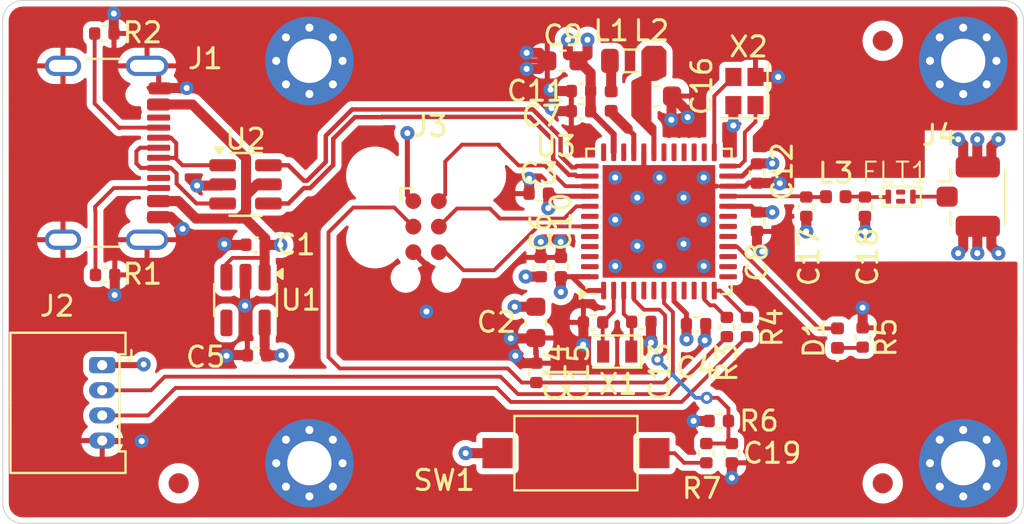
<source format=kicad_pcb>
(kicad_pcb (version 20240108) (generator "pcbnew") (generator_version "8.0")
  (layers (0 "F.Cu" signal) (1 "In1.Cu" signal) (2 "In2.Cu" signal) (31 "B.Cu" signal) (34 "B.Paste" user) (35 "F.Paste" user) (36 "B.SilkS" user "B.Silkscreen") (37 "F.SilkS" user "F.Silkscreen") (38 "B.Mask" user) (39 "F.Mask" user) (44 "Edge.Cuts" user))
  (net 0 "")
  (net 1 "GND")
  (net 2 "+5V")
  (net 3 "+3V3")
  (net 4 "+3.3V")
  (net 5 "/LSE_OUT")
  (net 6 "/SWD_NRST")
  (net 7 "/LSE_IN")
  (net 8 "/SMPSFB")
  (net 9 "/RF")
  (net 10 "/RF_MATCH")
  (net 11 "/BOOT0")
  (net 12 "/LED_K")
  (net 13 "/LED_A")
  (net 14 "/RF_ANT")
  (net 15 "Net-(J1-D+-PadA6)")
  (net 16 "Net-(J1-D--PadA7)")
  (net 18 "/USB_CC1")
  (net 20 "/USB_CC2")
  (net 21 "/UART_TXC")
  (net 22 "/UART_RXC")
  (net 23 "/SWD_CLK")
  (net 24 "/SWD_TRC")
  (net 25 "/SWD_DIO")
  (net 26 "/SMPSLXL")
  (net 27 "/SMPSLX")
  (net 28 "/UART_TX")
  (net 29 "/UART_RX")
  (net 30 "Net-(R7-Pad2)")
  (net 32 "/USB_D+")
  (net 33 "/USB_D-")
  (net 51 "/HSE_IN")
  (net 52 "/HSE_OUT")
  (footprint "Capacitor_SMD:C_0603_1608Metric" (layer "F.Cu") (at 77.6 93 180)
    (property "Reference" "C9")
    (property "Value" "4u7")
  )
  (footprint "LED_SMD:LED_0402_1005Metric" (layer "F.Cu") (at 91.25 106.785 90)
    (property "Reference" "D1")
    (property "Value" "LED")
  )
  (footprint "Capacitor_SMD:C_0402_1005Metric" (layer "F.Cu") (at 62.325 102.14 180)
    (property "Reference" "C1")
    (property "Value" "4u7")
  )
  (footprint "Crystal:Crystal_SMD_2012-2Pin_2.0x1.2mm" (layer "F.Cu") (at 80.3 107.45 180)
    (property "Reference" "X1")
    (property "Value" "32kHz768")
  )
  (footprint "Capacitor_SMD:C_0402_1005Metric" (layer "F.Cu") (at 81.5 105.975)
    (property "Reference" "C13")
    (property "Value" "10p")
  )
  (footprint "Capacitor_SMD:C_0402_1005Metric" (layer "F.Cu") (at 77.5 103.25 90)
    (property "Reference" "C10")
    (property "Value" "100n")
  )
  (footprint "Capacitor_SMD:C_0402_1005Metric" (layer "F.Cu") (at 54.845 103.64)
    (property "Reference" "R1")
    (property "Value" "5.1k")
  )
  (footprint "Capacitor_SMD:C_0402_1005Metric" (layer "F.Cu") (at 78.5 94.5 180)
    (property "Reference" "C11")
    (property "Value" "100n")
  )
  (footprint "MountingHole:MountingHole_2.2mm_M2_Pad_Via" (layer "F.Cu") (at 97.5 113)
    (property "Reference" "H1" (hide yes))
    (property "Value" "MountingHole_Pad")
  )
  (footprint "Fiducial:Fiducial_1mm_Mask2mm" (layer "F.Cu") (at 93.5 114)
    (property "Reference" "FM1" (hide yes))
    (property "Value" "Fiducial")
  )
  (footprint "Connector_Molex:Molex_PicoBlade_53048-0410_1x04_P1.25mm_Horizontal" (layer "F.Cu") (at 54.7 108.125 -90)
    (property "Reference" "J2")
    (property "Value" "Conn_01x04_Pin")
  )
  (footprint "Inductor_SMD:L_0402_1005Metric" (layer "F.Cu") (at 80 95 90)
    (property "Reference" "L1")
    (property "Value" "10u")
  )
  (footprint "MountingHole:MountingHole_2.2mm_M2_Pad_Via" (layer "F.Cu") (at 65 113)
    (property "Reference" "H4" (hide yes))
    (property "Value" "MountingHole_Pad")
  )
  (footprint "Capacitor_SMD:C_0402_1005Metric" (layer "F.Cu") (at 78.5 95.5 180)
    (property "Reference" "C7")
    (property "Value" "100n")
  )
  (footprint "Capacitor_SMD:C_0402_1005Metric" (layer "F.Cu") (at 89.7 100.25 -90)
    (property "Reference" "C17")
    (property "Value" "0.8p")
  )
  (footprint "Connector_Coaxial:U.FL_Hirose_U.FL-R-SMT-1_Vertical" (layer "F.Cu") (at 97.75 99.75)
    (property "Reference" "J4")
    (property "Value" "Conn_Coaxial")
  )
  (footprint "Capacitor_SMD:C_0402_1005Metric" (layer "F.Cu") (at 92.5 106.75 -90)
    (property "Reference" "R5")
    (property "Value" "220R")
  )
  (footprint "Capacitor_SMD:C_0402_1005Metric" (layer "F.Cu") (at 86 112.5 -90)
    (property "Reference" "C19")
    (property "Value" "100n")
  )
  (footprint "Capacitor_SMD:C_0402_1005Metric" (layer "F.Cu") (at 79.1 106 180)
    (property "Reference" "C15")
    (property "Value" "10p")
  )
  (footprint "Capacitor_SMD:C_0402_1005Metric" (layer "F.Cu") (at 85.75 106.23 90)
    (property "Reference" "R3")
    (property "Value" "220R")
  )
  (footprint "Capacitor_SMD:C_0603_1608Metric" (layer "F.Cu") (at 82.25 94.75)
    (property "Reference" "C16")
    (property "Value" "4u7")
  )
  (footprint "MountingHole:MountingHole_2.2mm_M2_Pad_Via" (layer "F.Cu") (at 97.5 93)
    (property "Reference" "H2" (hide yes))
    (property "Value" "MountingHole_Pad")
  )
  (footprint "Capacitor_SMD:C_0402_1005Metric" (layer "F.Cu") (at 76.5 103.25 90)
    (property "Reference" "C6")
    (property "Value" "100n")
  )
  (footprint "Capacitor_SMD:C_0402_1005Metric" (layer "F.Cu") (at 92.6125 100.25 -90)
    (property "Reference" "C18")
    (property "Value" "0.3p")
  )
  (footprint "Connector_USB:USB_C_Receptacle_GCT_USB4105-xx-A_16P_TopMnt_Horizontal" (layer "F.Cu") (at 53.825 97.57 -90)
    (property "Reference" "J1")
    (property "Value" "USB_C_Receptacle_USB2.0_16P")
  )
  (footprint "Crystal:Crystal_SMD_2016-4Pin_2.0x1.6mm" (layer "F.Cu") (at 86.625 94.5 90)
    (property "Reference" "X2")
    (property "Value" "32MHz")
  )
  (footprint "Fiducial:Fiducial_1mm_Mask2mm" (layer "F.Cu") (at 58.5 114)
    (property "Reference" "FM2" (hide yes))
    (property "Value" "Fiducial")
  )
  (footprint "Capacitor_SMD:C_0402_1005Metric" (layer "F.Cu") (at 84.22 106.09)
    (property "Reference" "C4")
    (property "Value" "100n")
  )
  (footprint "MountingHole:MountingHole_2.2mm_M2_Pad_Via" (layer "F.Cu") (at 65 93)
    (property "Reference" "H3" (hide yes))
    (property "Value" "MountingHole_Pad")
  )
  (footprint "Capacitor_SMD:C_0402_1005Metric" (layer "F.Cu") (at 87.25 98.6 -90)
    (property "Reference" "C12")
    (property "Value" "100n")
  )
  (footprint "Package_TO_SOT_SMD:SOT-23-5" (layer "F.Cu") (at 61.825 104.89 -90)
    (property "Reference" "U1")
    (property "Value" "MIC5365-3.3YD5")
  )
  (footprint "Button_Switch_SMD:SW_SPST_CK_RS282G05A3" (layer "F.Cu") (at 78.25 112.5 180)
    (property "Reference" "SW1")
    (property "Value" "SW_Push")
  )
  (footprint "Package_TO_SOT_SMD:SOT-23-6" (layer "F.Cu") (at 61.825 99.14)
    (property "Reference" "U2")
    (property "Value" "USBLC6-2SC6")
  )
  (footprint "Inductor_SMD:L_0402_1005Metric" (layer "F.Cu") (at 91.165 99.75)
    (property "Reference" "L3")
    (property "Value" "2.7n")
  )
  (footprint "Inductor_SMD:L_0805_2012Metric" (layer "F.Cu") (at 81 93)
    (property "Reference" "L2")
    (property "Value" "L")
  )
  (footprint "Capacitor_SMD:C_0402_1005Metric" (layer "F.Cu") (at 86.75 106.23 90)
    (property "Reference" "R4")
    (property "Value" "220R")
  )
  (footprint "Capacitor_SMD:C_0402_1005Metric" (layer "F.Cu") (at 87.25 101 -90)
    (property "Reference" "C8")
    (property "Value" "100n")
  )
  (footprint "Package_DFN_QFN:QFN-48-1EP_7x7mm_P0.5mm_EP5.6x5.6mm" (layer "F.Cu") (at 82.375 100.98 90)
    (property "Reference" "U3")
    (property "Value" "STM32WB55CEU6")
  )
  (footprint "Capacitor_SMD:C_0603_1608Metric" (layer "F.Cu") (at 76.25 106 -90)
    (property "Reference" "C2")
    (property "Value" "4u7")
  )
  (footprint "Capacitor_SMD:C_0402_1005Metric" (layer "F.Cu") (at 54.805 91.64)
    (property "Reference" "R2")
    (property "Value" "5.1k")
  )
  (footprint "Connector:Tag-Connect_TC2030-IDC-FP_2x03_P1.27mm_Vertical" (layer "F.Cu") (at 70.8 101.24 -90)
    (property "Reference" "J3")
    (property "Value" "Conn_ARM_SWD_TagConnect_TC2030")
  )
  (footprint "Capacitor_SMD:C_0402_1005Metric" (layer "F.Cu") (at 76.28 108.51 -90)
    (property "Reference" "C14")
    (property "Value" "100n")
  )
  (footprint "STM32_bluetooth_PCB_footprint:DLF162500LT-5028A1" (layer "F.Cu") (at 94.3875 99.75)
    (property "Reference" "FLT1")
    (property "Value" "DLF162500LT-5028A1")
  )
  (footprint "Capacitor_SMD:C_0402_1005Metric" (layer "F.Cu") (at 76.4 99.6 180)
    (property "Reference" "C3")
    (property "Value" "100n")
  )
  (footprint "Fiducial:Fiducial_1mm_Mask2mm" (layer "F.Cu") (at 93.5 92)
    (property "Reference" "FM3" (hide yes))
    (property "Value" "Fiducial")
  )
  (footprint "Capacitor_SMD:C_0402_1005Metric" (layer "F.Cu") (at 85.35 110.9 180)
    (property "Reference" "R6")
    (property "Value" "5.1k")
  )
  (footprint "Capacitor_SMD:C_0402_1005Metric" (layer "F.Cu") (at 62.395 107.64 180)
    (property "Reference" "C5")
    (property "Value" "4u7")
  )
  (footprint "Capacitor_SMD:C_0402_1005Metric" (layer "F.Cu") (at 84.73 112.5 -90)
    (property "Reference" "R7")
    (property "Value" "220R")
  )
  (gr_rect (start 80.2 98.8) (end 84.6 103.2) (stroke (width 0.2)) (fill none) (layer "F.Cu") (net 1))
  (gr_rect (start 80.2 98.8) (end 84.6 103.2) (stroke (width 0.2)) (fill none) (layer "F.Cu") (net 1))
  (gr_rect (start 80.2 98.8) (end 84.6 103.2) (stroke (width 0.2)) (fill none) (layer "F.Cu") (net 1))
  (gr_line (start 99.492893 115.992893) (end 50.757107 115.992893) (stroke (width 0.05)) (layer "Edge.Cuts"))
  (gr_line (start 49.757107 114.992893) (end 49.75 91) (stroke (width 0.05)) (layer "Edge.Cuts"))
  (gr_arc (start 50.757107 115.992893) (mid 50.05 115.7) (end 49.757107 114.992893) (stroke (width 0.05)) (layer "Edge.Cuts"))
  (gr_arc (start 100.492893 114.992893) (mid 100.2 115.7) (end 99.492893 115.992893) (stroke (width 0.05)) (layer "Edge.Cuts"))
  (gr_line (start 100.5 91) (end 100.492893 114.992893) (stroke (width 0.05)) (layer "Edge.Cuts"))
  (gr_arc (start 49.75 91) (mid 50.042893 90.292893) (end 50.75 90) (stroke (width 0.05)) (layer "Edge.Cuts"))
  (gr_line (start 50.75 90) (end 79 90) (stroke (width 0.05)) (layer "Edge.Cuts"))
  (gr_line (start 79 90) (end 99.5 90) (stroke (width 0.05)) (layer "Edge.Cuts"))
  (gr_arc (start 99.5 90) (mid 100.207107 90.292893) (end 100.5 91) (stroke (width 0.05)) (layer "Edge.Cuts"))
  (segment (start 88.3 93.8) (end 87.175 93.8) (width 0.5) (layer "F.Cu") (net 1))
  (segment (start 83 95.92) (end 83 94.7875) (width 0.5) (layer "F.Cu") (net 1))
  (segment (start 54.725 111.9) (end 54.7 111.875) (width 0.3) (layer "F.Cu") (net 1))
  (segment (start 98.2 96.9) (end 98.2 98.025) (width 0.5) (layer "F.Cu") (net 1))
  (segment (start 77.04 95.35) (end 77.19 95.5) (width 0.5) (layer "F.Cu") (net 1))
  (segment (start 84.695 106.852832) (end 84.695 106.055) (width 0.5) (layer "F.Cu") (net 1))
  (segment (start 61.8 105.17) (end 61.8 103.7775) (width 0.5) (layer "F.Cu") (net 1))
  (segment (start 59.415 99.2) (end 60.6275 99.2) (width 0.5) (layer "F.Cu") (net 1))
  (segment (start 81.625 97.5425) (end 81.625 100.23) (width 0.25) (layer "F.Cu") (net 1))
  (segment (start 55.32 104.64) (end 55.325 104.635) (width 0.5) (layer "F.Cu") (net 1))
  (segment (start 60.6275 99.2) (end 60.6875 99.14) (width 0.5) (layer "F.Cu") (net 1))
  (segment (start 77.06 94.5) (end 78.035 94.5) (width 0.5) (layer "F.Cu") (net 1))
  (segment (start 76.425 93.4) (end 76.825 93) (width 0.5) (layer "F.Cu") (net 1))
  (segment (start 60.88 107.66) (end 60.915 107.625) (width 0.5) (layer "F.Cu") (net 1))
  (segment (start 56.665 111.9) (end 54.725 111.9) (width 0.3) (layer "F.Cu") (net 1))
  (segment (start 97.5 102.3125) (end 97.5 101.4375) (width 0.5) (layer "F.Cu") (net 1))
  (segment (start 83.8 95.8) (end 83.8 95.525) (width 0.5) (layer "F.Cu") (net 1))
  (segment (start 89.7 101.485) (end 89.7 100.715) (width 0.5) (layer "F.Cu") (net 1))
  (segment (start 85.8125 99.23) (end 86.67 99.23) (width 0.25) (layer "F.Cu") (net 1))
  (segment (start 75.215 106.8) (end 76.225 106.8) (width 0.5) (layer "F.Cu") (net 1))
  (segment (start 76.99 94.43) (end 77.06 94.5) (width 0.5) (layer "F.Cu") (net 1))
  (segment (start 83.8 95.525) (end 83.025 94.75) (width 0.5) (layer "F.Cu") (net 1))
  (segment (start 87.25 102.22) (end 87.25 101.455) (width 0.5) (layer "F.Cu") (net 1))
  (segment (start 75.8 92.6) (end 76.425 92.6) (width 0.5) (layer "F.Cu") (net 1))
  (segment (start 99.25 102.5625) (end 98.9 102.2125) (width 0.5) (layer "F.Cu") (net 1))
  (segment (start 86.075 96.2125) (end 86.075 95.1875) (width 0.5) (layer "F.Cu") (net 1))
  (segment (start 60.81 102.15) (end 61.845 102.15) (width 0.5) (layer "F.Cu") (net 1))
  (segment (start 98.2 102.5625) (end 98.2 101.4375) (width 0.5) (layer "F.Cu") (net 1))
  (segment (start 98.9 97.25) (end 98.9 98.025) (width 0.5) (layer "F.Cu") (net 1))
  (segment (start 61.8 103.7775) (end 61.825 103.7525) (width 0.5) (layer "F.Cu") (net 1))
  (segment (start 77.19 95.5) (end 78.035 95.5) (width 0.5) (layer "F.Cu") (net 1))
  (segment (start 86.84 99.06) (end 87.25 99.06) (width 0.25) (layer "F.Cu") (net 1))
  (segment (start 75.61 108.03) (end 76.28 108.03) (width 0.5) (layer "F.Cu") (net 1))
  (segment (start 70.81 103.155) (end 70.81 105.45) (width 0.3) (layer "F.Cu") (net 1))
  (segment (start 70.165 102.51) (end 70.81 103.155) (width 0.3) (layer "F.Cu") (net 1))
  (segment (start 92.5 105.27) (end 92.5 106.26) (width 0.5) (layer "F.Cu") (net 1))
  (segment (start 81.625 100.23) (end 82.375 100.98) (width 0.25) (layer "F.Cu") (net 1))
  (segment (start 88.37 99.075) (end 87.24 99.075) (width 0.5) (layer "F.Cu") (net 1))
  (segment (start 58.1 100.75) (end 57.5 100.75) (width 0.5) (layer "F.Cu") (net 1))
  (segment (start 76.425 92.6) (end 76.825 93) (width 0.5) (layer "F.Cu") (net 1))
  (segment (start 55.325 104.635) (end 55.325 103.605) (width 0.5) (layer "F.Cu") (net 1))
  (segment (start 60.915 107.625) (end 61.92 107.625) (width 0.5) (layer "F.Cu") (net 1))
  (segment (start 82.99 95.93) (end 83 95.92) (width 0.5) (layer "F.Cu") (net 1))
  (segment (start 75.925 98.865) (end 75.925 99.635) (width 0.5) (layer "F.Cu") (net 1))
  (segment (start 55.28 90.65) (end 55.275 90.655) (width 0.5) (layer "F.Cu") (net 1))
  (segment (start 78.62 107.1) (end 78.62 106) (width 0.5) (layer "F.Cu") (net 1))
  (segment (start 88.38 99.085) (end 88.37 99.075) (width 0.5) (layer "F.Cu") (net 1))
  (segment (start 55.275 90.655) (end 55.275 91.67) (width 0.5) (layer "F.Cu") (net 1))
  (segment (start 76.5 102) (end 76.5 102.77) (width 0.5) (layer "F.Cu") (net 1))
  (segment (start 70.81 105.45) (end 70.82 105.46) (width 0.3) (layer "F.Cu") (net 1))
  (segment (start 81.98 107.01) (end 81.98 105.975) (width 0.5) (layer "F.Cu") (net 1))
  (segment (start 92.625 101.485) (end 92.625 100.715) (width 0.5) (layer "F.Cu") (net 1))
  (segment (start 86 113.725) (end 86 112.955) (width 0.5) (layer "F.Cu") (net 1))
  (segment (start 60.77 102.11) (end 60.81 102.15) (width 0.5) (layer "F.Cu") (net 1))
  (segment (start 99.25 96.9) (end 98.9 97.25) (width 0.5) (layer "F.Cu") (net 1))
  (segment (start 97.25 102.5625) (end 97.5 102.3125) (width 0.5) (layer "F.Cu") (net 1))
  (segment (start 84.651416 106.896416) (end 84.695 106.852832) (width 0.5) (layer "F.Cu") (net 1))
  (segment (start 84.1 110.9) (end 84.87 110.9) (width 0.5) (layer "F.Cu") (net 1))
  (segment (start 75.775 93.4) (end 76.425 93.4) (width 0.5) (layer "F.Cu") (net 1))
  (segment (start 78.61 107.11) (end 78.62 107.1) (width 0.5) (layer "F.Cu") (net 1))
  (segment (start 57.525 94.35) (end 57.505 94.37) (width 0.5) (layer "F.Cu") (net 1))
  (segment (start 58.9 94.35) (end 57.525 94.35) (width 0.5) (layer "F.Cu") (net 1))
  (segment (start 97.25 96.9) (end 97.5 97.15) (width 0.5) (layer "F.Cu") (net 1))
  (segment (start 77.49 102.005) (end 77.49 102.775) (width 0.5) (layer "F.Cu") (net 1))
  (segment (start 75.24 107.66) (end 75.61 108.03) (width 0.5) (layer "F.Cu") (net 1))
  (segment (start 76.225 106.8) (end 76.25 106.775) (width 0.5) (layer "F.Cu") (net 1))
  (segment (start 87.51 102.48) (end 87.25 102.22) (width 0.5) (layer "F.Cu") (net 1))
  (segment (start 58.7 101.35) (end 58.1 100.75) (width 0.5) (layer "F.Cu") (net 1))
  (segment (start 97.5 97.15) (end 97.5 98.025) (width 0.5) (layer "F.Cu") (net 1))
  (segment (start 98.9 102.2125) (end 98.9 101.4375) (width 0.5) (layer "F.Cu") (net 1))
  (segment (start 86.67 99.23) (end 86.84 99.06) (width 0.25) (layer "F.Cu") (net 1))
  (via (at 81.98 107.01) (size 0.7) (drill 0.3) (layers "F.Cu" "B.Cu") (net 1))
  (via (at 75.24 107.66) (size 0.7) (drill 0.3) (layers "F.Cu" "B.Cu") (net 1))
  (via (at 75.8 92.6) (size 0.7) (drill 0.3) (layers "F.Cu" "B.Cu") (net 1))
  (via (at 86.075 96.2125) (size 0.7) (drill 0.3) (layers "F.Cu" "B.Cu") (net 1))
  (via (at 98.2 102.5625) (size 0.7) (drill 0.3) (layers "F.Cu" "B.Cu") (net 1))
  (via (at 55.32 104.64) (size 0.7) (drill 0.3) (layers "F.Cu" "B.Cu") (net 1))
  (via (at 83.8 95.8) (size 0.7) (drill 0.3) (layers "F.Cu" "B.Cu") (net 1))
  (via (at 92.625 101.485) (size 0.7) (drill 0.3) (layers "F.Cu" "B.Cu") (net 1))
  (via (at 76.99 94.43) (size 0.7) (drill 0.3) (layers "F.Cu" "B.Cu") (net 1))
  (via (at 81.3 102.2) (size 0.7) (drill 0.3) (layers "F.Cu" "B.Cu") (net 1))
  (via (at 70.82 105.46) (size 0.7) (drill 0.3) (layers "F.Cu" "B.Cu") (net 1))
  (via (at 81.3 99.8) (size 0.7) (drill 0.3) (layers "F.Cu" "B.Cu") (net 1))
  (via (at 78.61 107.11) (size 0.7) (drill 0.3) (layers "F.Cu" "B.Cu") (net 1))
  (via (at 60.77 102.11) (size 0.7) (drill 0.3) (layers "F.Cu" "B.Cu") (net 1))
  (via (at 97.25 102.5625) (size 0.7) (drill 0.3) (layers "F.Cu" "B.Cu") (net 1))
  (via (at 80.2 98.8) (size 0.7) (drill 0.3) (layers "F.Cu" "B.Cu") (net 1))
  (via (at 84.1 110.9) (size 0.7) (drill 0.3) (layers "F.Cu" "B.Cu") (net 1))
  (via (at 83.6 99.8) (size 0.7) (drill 0.3) (layers "F.Cu" "B.Cu") (net 1))
  (via (at 59.415 99.2) (size 0.7) (drill 0.3) (layers "F.Cu" "B.Cu") (net 1))
  (via (at 84.6 98.8) (size 0.7) (drill 0.3) (layers "F.Cu" "B.Cu") (net 1))
  (via (at 86 113.725) (size 0.7) (drill 0.3) (layers "F.Cu" "B.Cu") (net 1))
  (via (at 82.99 95.93) (size 0.7) (drill 0.3) (layers "F.Cu" "B.Cu") (net 1))
  (via (at 88.3 93.8) (size 0.7) (drill 0.3) (layers "F.Cu" "B.Cu") (net 1))
  (via (at 84.6 103.2) (size 0.7) (drill 0.3) (layers "F.Cu" "B.Cu") (net 1))
  (via (at 88.38 99.085) (size 0.7) (drill 0.3) (layers "F.Cu" "B.Cu") (net 1))
  (via (at 76.5 102) (size 0.7) (drill 0.3) (layers "F.Cu" "B.Cu") (net 1))
  (via (at 97.25 96.9) (size 0.7) (drill 0.3) (layers "F.Cu" "B.Cu") (net 1))
  (via (at 92.5 105.27) (size 0.7) (drill 0.3) (layers "F.Cu" "B.Cu") (net 1))
  (via (at 80.2 100.9) (size 0.7) (drill 0.3) (layers "F.Cu" "B.Cu") (net 1))
  (via (at 75.8 93.4) (size 0.7) (drill 0.3) (layers "F.Cu" "B.Cu") (net 1))
  (via (at 84.651416 106.896416) (size 0.7) (drill 0.3) (layers "F.Cu" "B.Cu") (net 1))
  (via (at 58.9 94.35) (size 0.7) (drill 0.3) (layers "F.Cu" "B.Cu") (net 1))
  (via (at 75.925 98.865) (size 0.7) (drill 0.3) (layers "F.Cu" "B.Cu") (net 1))
  (via (at 83.6 102.1) (size 0.7) (drill 0.3) (layers "F.Cu" "B.Cu") (net 1))
  (via (at 82.4 103.2) (size 0.7) (drill 0.3) (layers "F.Cu" "B.Cu") (net 1))
  (via (at 84.6 100.9) (size 0.7) (drill 0.3) (layers "F.Cu" "B.Cu") (net 1))
  (via (at 56.665 111.9) (size 0.7) (drill 0.3) (layers "F.Cu" "B.Cu") (net 1))
  (via (at 80.2 103.2) (size 0.7) (drill 0.3) (layers "F.Cu" "B.Cu") (net 1))
  (via (at 55.28 90.65) (size 0.7) (drill 0.3) (layers "F.Cu" "B.Cu") (net 1))
  (via (at 98.2 96.9) (size 0.7) (drill 0.3) (layers "F.Cu" "B.Cu") (net 1))
  (via (at 61.8 105.17) (size 0.7) (drill 0.3) (layers "F.Cu" "B.Cu") (net 1))
  (via (at 99.25 102.5625) (size 0.7) (drill 0.3) (layers "F.Cu" "B.Cu") (net 1))
  (via (at 58.7 101.35) (size 0.7) (drill 0.3) (layers "F.Cu" "B.Cu") (net 1))
  (via (at 87.51 102.48) (size 0.7) (drill 0.3) (layers "F.Cu" "B.Cu") (net 1))
  (via (at 77.49 102.005) (size 0.7) (drill 0.3) (layers "F.Cu" "B.Cu") (net 1))
  (via (at 75.01 106.79) (size 0.7) (drill 0.3) (layers "F.Cu" "B.Cu") (net 1))
  (via (at 77.04 95.35) (size 0.7) (drill 0.3) (layers "F.Cu" "B.Cu") (net 1))
  (via (at 82.4 98.8) (size 0.7) (drill 0.3) (layers "F.Cu" "B.Cu") (net 1))
  (via (at 99.25 96.9) (size 0.7) (drill 0.3) (layers "F.Cu" "B.Cu") (net 1))
  (via (at 89.7 101.485) (size 0.7) (drill 0.3) (layers "F.Cu" "B.Cu") (net 1))
  (via (at 60.88 107.66) (size 0.7) (drill 0.3) (layers "F.Cu" "B.Cu") (net 1))
  (segment (start 60.875 103.7525) (end 60.875 103.090001) (width 0.19) (layer "F.Cu") (net 2))
  (segment (start 61.85 100.492684) (end 61.85 99.687316) (width 0.5) (layer "F.Cu") (net 2))
  (segment (start 61.502684 100.84) (end 61.85 100.492684) (width 0.5) (layer "F.Cu") (net 2))
  (segment (start 61.85 99.687316) (end 62.397316 99.14) (width 0.5) (layer "F.Cu") (net 2))
  (segment (start 58.487943 99.97) (end 59.357943 100.84) (width 0.5) (layer "F.Cu") (net 2))
  (segment (start 60.875 103.090001) (end 61.170001 102.795) (width 0.19) (layer "F.Cu") (net 2))
  (segment (start 62.77 102.795) (end 62.775 102.8) (width 0.19) (layer "F.Cu") (net 2))
  (segment (start 59.182684 95.17) (end 57.505 95.17) (width 0.5) (layer "F.Cu") (net 2))
  (segment (start 61.85 97.837316) (end 59.182684 95.17) (width 0.5) (layer "F.Cu") (net 2))
  (segment (start 61.85 99.687316) (end 61.85 97.837316) (width 0.5) (layer "F.Cu") (net 2))
  (segment (start 61.814999 100.84) (end 62.805 101.830001) (width 0.5) (layer "F.Cu") (net 2))
  (segment (start 62.397316 99.14) (end 62.9625 99.14) (width 0.5) (layer "F.Cu") (net 2))
  (segment (start 62.805 101.830001) (end 62.805 102.14) (width 0.5) (layer "F.Cu") (net 2))
  (segment (start 59.357943 100.84) (end 61.502684 100.84) (width 0.5) (layer "F.Cu") (net 2))
  (segment (start 61.502684 100.84) (end 61.814999 100.84) (width 0.5) (layer "F.Cu") (net 2))
  (segment (start 63.56 102.15) (end 62.79 102.15) (width 0.5) (layer "F.Cu") (net 2))
  (segment (start 61.170001 102.795) (end 62.77 102.795) (width 0.19) (layer "F.Cu") (net 2))
  (segment (start 62.775 102.17) (end 62.805 102.14) (width 0.5) (layer "F.Cu") (net 2))
  (segment (start 57.505 99.97) (end 58.487943 99.97) (width 0.5) (layer "F.Cu") (net 2))
  (segment (start 62.775 102.8) (end 62.775 102.17) (width 0.5) (layer "F.Cu") (net 2))
  (segment (start 62.775 103.7525) (end 62.775 102.8) (width 0.5) (layer "F.Cu") (net 2))
  (via (at 63.56 102.15) (size 0.7) (drill 0.3) (layers "F.Cu" "B.Cu") (net 2))
  (segment (start 75.205 105.225) (end 75.975 105.225) (width 0.5) (layer "F.Cu") (net 3))
  (segment (start 77.239595 99.73) (end 77.109595 99.6) (width 0.25) (layer "F.Cu") (net 3))
  (segment (start 79.625 104.4175) (end 78.7375 104.4175) (width 0.25) (layer "F.Cu") (net 3))
  (segment (start 78.9375 103.73) (end 77.5 103.73) (width 0.25) (layer "F.Cu") (net 3))
  (segment (start 83.74 105.564486) (end 83.74 106.09) (width 0.25) (layer "F.Cu") (net 3))
  (segment (start 78.825 91.95) (end 78.825 92.72) (width 0.5) (layer "F.Cu") (net 3))
  (segment (start 77.5 104.495) (end 77.5 103.725) (width 0.5) (layer "F.Cu") (net 3))
  (segment (start 86.96 100.23) (end 85.8125 100.23) (width 0.25) (layer "F.Cu") (net 3))
  (segment (start 78.05 103.73) (end 78.9375 103.73) (width 0.25) (layer "F.Cu") (net 3))
  (segment (start 83.125 104.949486) (end 83.74 105.564486) (width 0.25) (layer "F.Cu") (net 3))
  (segment (start 75.75 103.725) (end 76.52 103.725) (width 0.5) (layer "F.Cu") (net 3))
  (segment (start 77.109595 99.6) (end 76.88 99.6) (width 0.25) (layer "F.Cu") (net 3))
  (segment (start 77.85 91.95) (end 77.85 92.72) (width 0.5) (layer "F.Cu") (net 3))
  (segment (start 80.125 96.645) (end 78.98 95.5) (width 0.3) (layer "F.Cu") (net 3))
  (segment (start 83.125 104.4175) (end 83.125 104.949486) (width 0.25) (layer "F.Cu") (net 3))
  (segment (start 78.9375 99.73) (end 77.239595 99.73) (width 0.25) (layer "F.Cu") (net 3))
  (segment (start 80.125 97.5425) (end 80.125 96.645) (width 0.3) (layer "F.Cu") (net 3))
  (segment (start 87.25 100.52) (end 86.96 100.23) (width 0.25) (layer "F.Cu") (net 3))
  (segment (start 76.875 100.32) (end 76.875 99.55) (width 0.5) (layer "F.Cu") (net 3))
  (segment (start 88.01 100.525) (end 87.24 100.525) (width 0.5) (layer "F.Cu") (net 3))
  (segment (start 78.98 94.5) (end 78.98 95.5) (width 0.5) (layer "F.Cu") (net 3))
  (segment (start 83.745 106.84) (end 83.745 106.07) (width 0.5) (layer "F.Cu") (net 3))
  (segment (start 78.375 93) (end 78.98 93.605) (width 0.5) (layer "F.Cu") (net 3))
  (segment (start 78.7375 104.4175) (end 78.05 103.73) (width 0.25) (layer "F.Cu") (net 3))
  (segment (start 78.98 93.605) (end 78.98 94.5) (width 0.5) (layer "F.Cu") (net 3))
  (segment (start 72.765 112.5) (end 73.535 112.5) (width 0.5) (layer "F.Cu") (net 3))
  (segment (start 86.52 98.73) (end 85.8125 98.73) (width 0.25) (layer "F.Cu") (net 4))
  (segment (start 69.87 96.59) (end 69.87 99.675) (width 0.25) (layer "F.Cu") (net 4))
  (segment (start 63.6125 107.64) (end 62.8675 107.64) (width 0.5) (layer "F.Cu") (net 4))
  (segment (start 87.25 98.12) (end 87.13 98.12) (width 0.25) (layer "F.Cu") (net 4))
  (segment (start 62.775 106.0275) (end 62.775 107.54) (width 0.5) (layer "F.Cu") (net 4))
  (segment (start 69.87 99.675) (end 70.165 99.97) (width 0.25) (layer "F.Cu") (net 4))
  (segment (start 62.775 107.54) (end 62.875 107.64) (width 0.5) (layer "F.Cu") (net 4))
  (segment (start 88.01 98.1) (end 87.24 98.1) (width 0.5) (layer "F.Cu") (net 4))
  (segment (start 56.76342 108.085686) (end 56.724106 108.125) (width 0.3) (layer "F.Cu") (net 4))
  (segment (start 87.13 98.12) (end 86.52 98.73) (width 0.25) (layer "F.Cu") (net 4))
  (segment (start 56.724106 108.125) (end 54.7 108.125) (width 0.3) (layer "F.Cu") (net 4))
  (via (at 83.745 106.84) (size 0.7) (drill 0.3) (layers "F.Cu" "B.Cu") (net 4))
  (via (at 63.6125 107.64) (size 0.7) (drill 0.3) (layers "F.Cu" "B.Cu") (net 4))
  (via (at 72.765 112.5) (size 0.7) (drill 0.3) (layers "F.Cu" "B.Cu") (net 4))
  (via (at 75.75 103.725) (size 0.7) (drill 0.3) (layers "F.Cu" "B.Cu") (net 4))
  (via (at 77.85 91.95) (size 0.7) (drill 0.3) (layers "F.Cu" "B.Cu") (net 4))
  (via (at 88.01 98.1) (size 0.7) (drill 0.3) (layers "F.Cu" "B.Cu") (net 4))
  (via (at 69.87 96.59) (size 0.7) (drill 0.3) (layers "F.Cu" "B.Cu") (net 4))
  (via (at 88.01 100.525) (size 0.7) (drill 0.3) (layers "F.Cu" "B.Cu") (net 4))
  (via (at 78.825 91.95) (size 0.7) (drill 0.3) (layers "F.Cu" "B.Cu") (net 4))
  (via (at 56.76342 108.085686) (size 0.7) (drill 0.3) (layers "F.Cu" "B.Cu") (net 4))
  (via (at 75.205 105.225) (size 0.7) (drill 0.3) (layers "F.Cu" "B.Cu") (net 4))
  (via (at 77.5 104.495) (size 0.7) (drill 0.3) (layers "F.Cu" "B.Cu") (net 4))
  (via (at 76.875 100.32) (size 0.7) (drill 0.3) (layers "F.Cu" "B.Cu") (net 4))
  (segment (start 80.625 104.4175) (end 80.625 105.58) (width 0.19) (layer "F.Cu") (net 5))
  (segment (start 80.625 105.58) (end 81.02 105.975) (width 0.19) (layer "F.Cu") (net 5))
  (segment (start 81.02 105.975) (end 81.02 107.43) (width 0.19) (layer "F.Cu") (net 5))
  (segment (start 81.02 107.43) (end 81 107.45) (width 0.19) (layer "F.Cu") (net 5))
  (segment (start 76.28 108.99) (end 75.557832 108.99) (width 0.19) (layer "F.Cu") (net 6))
  (segment (start 82.6 108.99) (end 76.28 108.99) (width 0.19) (layer "F.Cu") (net 6))
  (segment (start 82.625 104.4175) (end 82.625 105.043456) (width 0.19) (layer "F.Cu") (net 6))
  (segment (start 83.07 108.52) (end 82.6 108.99) (width 0.19) (layer "F.Cu") (net 6))
  (segment (start 74.857832 108.29) (end 66.51 108.29) (width 0.19) (layer "F.Cu") (net 6))
  (segment (start 65.95 101.52) (end 67.18 100.29) (width 0.19) (layer "F.Cu") (net 6))
  (segment (start 75.557832 108.99) (end 74.857832 108.29) (width 0.19) (layer "F.Cu") (net 6))
  (segment (start 82.625 105.043456) (end 83.07 105.488456) (width 0.19) (layer "F.Cu") (net 6))
  (segment (start 66.51 108.29) (end 65.95 107.73) (width 0.19) (layer "F.Cu") (net 6))
  (segment (start 65.95 107.73) (end 65.95 101.52) (width 0.19) (layer "F.Cu") (net 6))
  (segment (start 67.18 100.29) (end 69.215 100.29) (width 0.19) (layer "F.Cu") (net 6))
  (segment (start 83.07 105.488456) (end 83.07 108.52) (width 0.19) (layer "F.Cu") (net 6))
  (segment (start 69.215 100.29) (end 70.165 101.24) (width 0.19) (layer "F.Cu") (net 6))
  (segment (start 80.125 105.455) (end 79.58 106) (width 0.19) (layer "F.Cu") (net 7))
  (segment (start 80.125 104.4175) (end 80.125 105.455) (width 0.19) (layer "F.Cu") (net 7))
  (segment (start 79.58 106) (end 79.58 107.43) (width 0.19) (layer "F.Cu") (net 7))
  (segment (start 79.58 107.43) (end 79.6 107.45) (width 0.19) (layer "F.Cu") (net 7))
  (segment (start 89.7 99.77) (end 90.66 99.77) (width 0.19) (layer "F.Cu") (net 9))
  (segment (start 89.66 99.73) (end 89.7 99.77) (width 0.19) (layer "F.Cu") (net 9))
  (segment (start 85.8125 99.73) (end 89.66 99.73) (width 0.19) (layer "F.Cu") (net 9))
  (segment (start 90.66 99.77) (end 90.68 99.75) (width 0.19) (layer "F.Cu") (net 9))
  (segment (start 92.5925 99.75) (end 92.6125 99.77) (width 0.19) (layer "F.Cu") (net 10))
  (segment (start 91.65 99.75) (end 92.5925 99.75) (width 0.19) (layer "F.Cu") (net 10))
  (segment (start 93.755 99.77) (end 93.775 99.75) (width 0.19) (layer "F.Cu") (net 10))
  (segment (start 92.6125 99.77) (end 93.755 99.77) (width 0.19) (layer "F.Cu") (net 10))
  (segment (start 82.68 107.47) (end 82.3 107.85) (width 0.19) (layer "F.Cu") (net 11))
  (segment (start 81.125 104.4175) (end 81.125 104.862314) (width 0.19) (layer "F.Cu") (net 11))
  (segment (start 84.73 112.02) (end 86 112.02) (width 0.19) (layer "F.Cu") (net 11))
  (segment (start 85.83 110.9) (end 85.83 110.28) (width 0.19) (layer "F.Cu") (net 11))
  (segment (start 85.83 110.28) (end 85.3 109.75) (width 0.19) (layer "F.Cu") (net 11))
  (segment (start 85.83 110.9) (end 85.83 111.85) (width 0.19) (layer "F.Cu") (net 11))
  (segment (start 85.83 111.85) (end 86 112.02) (width 0.19) (layer "F.Cu") (net 11))
  (segment (start 82.68 105.65) (end 82.68 107.45) (width 0.19) (layer "F.Cu") (net 11))
  (segment (start 82.68 107.45) (end 82.68 107.47) (width 0.19) (layer "F.Cu") (net 11))
  (segment (start 85.3 109.75) (end 84.75 109.75) (width 0.19) (layer "F.Cu") (net 11))
  (segment (start 82.4 105.37) (end 82.68 105.65) (width 0.19) (layer "F.Cu") (net 11))
  (segment (start 81.125 104.862314) (end 81.632686 105.37) (width 0.19) (layer "F.Cu") (net 11))
  (segment (start 81.632686 105.37) (end 82.4 105.37) (width 0.19) (layer "F.Cu") (net 11))
  (via (at 82.3 107.85) (size 0.6) (drill 0.3) (layers "F.Cu" "B.Cu") (net 11))
  (via (at 84.75 109.75) (size 0.6) (drill 0.3) (layers "F.Cu" "B.Cu") (net 11))
  (segment (start 84.2 109.75) (end 84.75 109.75) (width 0.19) (layer "B.Cu") (net 11))
  (segment (start 82.3 107.85) (end 84.2 109.75) (width 0.19) (layer "B.Cu") (net 11))
  (segment (start 92.46 107.27) (end 92.5 107.23) (width 0.19) (layer "F.Cu") (net 12))
  (segment (start 91.25 107.27) (end 92.46 107.27) (width 0.19) (layer "F.Cu") (net 12))
  (segment (start 86.257314 102.23) (end 90.327314 106.3) (width 0.19) (layer "F.Cu") (net 13))
  (segment (start 85.8125 102.23) (end 86.257314 102.23) (width 0.19) (layer "F.Cu") (net 13))
  (segment (start 90.327314 106.3) (end 91.25 106.3) (width 0.19) (layer "F.Cu") (net 13))
  (segment (start 95 99.75) (end 96.7 99.75) (width 0.19) (layer "F.Cu") (net 14))
  (segment (start 59.385761 100.09) (end 58.4 99.104239) (width 0.2) (layer "F.Cu") (net 15))
  (segment (start 56.62 98.32) (end 57.505 98.32) (width 0.2) (layer "F.Cu") (net 15))
  (segment (start 58.11241 98.32) (end 57.505 98.32) (width 0.2) (layer "F.Cu") (net 15))
  (segment (start 56.4 97.5) (end 56.4 98.1) (width 0.2) (layer "F.Cu") (net 15))
  (segment (start 57.505 97.32) (end 56.58 97.32) (width 0.2) (layer "F.Cu") (net 15))
  (segment (start 56.58 97.32) (end 56.4 97.5) (width 0.2) (layer "F.Cu") (net 15))
  (segment (start 56.4 98.1) (end 56.62 98.32) (width 0.2) (layer "F.Cu") (net 15))
  (segment (start 60.6875 100.09) (end 59.385761 100.09) (width 0.2) (layer "F.Cu") (net 15))
  (segment (start 58.4 98.60759) (end 58.11241 98.32) (width 0.2) (layer "F.Cu") (net 15))
  (segment (start 58.4 99.104239) (end 58.4 98.60759) (width 0.2) (layer "F.Cu") (net 15))
  (segment (start 58.38 97.76) (end 58.32 97.82) (width 0.2) (layer "F.Cu") (net 16))
  (segment (start 58.32 97.82) (end 57.505 97.82) (width 0.2) (layer "F.Cu") (net 16))
  (segment (start 58.11241 96.82) (end 58.38 97.08759) (width 0.2) (layer "F.Cu") (net 16))
  (segment (start 58.38 97.08759) (end 58.38 97.76) (width 0.2) (layer "F.Cu") (net 16))
  (segment (start 60.6875 98.19) (end 58.69 98.19) (width 0.2) (layer "F.Cu") (net 16))
  (segment (start 58.69 98.19) (end 58.32 97.82) (width 0.2) (layer "F.Cu") (net 16))
  (segment (start 57.505 96.82) (end 58.11241 96.82) (width 0.2) (layer "F.Cu") (net 16))
  (segment (start 54.325 95.125) (end 54.325 91.64) (width 0.19) (layer "F.Cu") (net 18))
  (segment (start 57.505 96.32) (end 55.58 96.32) (width 0.19) (layer "F.Cu") (net 18))
  (segment (start 55.58 96.32) (end 55.55 96.35) (width 0.19) (layer "F.Cu") (net 18))
  (segment (start 55.55 96.35) (end 54.325 95.125) (width 0.19) (layer "F.Cu") (net 18))
  (segment (start 54.365 100.465) (end 54.365 103.64) (width 0.19) (layer "F.Cu") (net 20))
  (segment (start 54.35 100.45) (end 54.365 100.465) (width 0.19) (layer "F.Cu") (net 20))
  (segment (start 54.35 100.25) (end 54.35 100.45) (width 0.19) (layer "F.Cu") (net 20))
  (segment (start 57.505 99.32) (end 55.28 99.32) (width 0.19) (layer "F.Cu") (net 20))
  (segment (start 55.28 99.32) (end 54.35 100.25) (width 0.19) (layer "F.Cu") (net 20))
  (segment (start 85.75 106.71) (end 82.895 109.565) (width 0.19) (layer "F.Cu") (net 21))
  (segment (start 82.895 109.565) (end 75.365 109.565) (width 0.19) (layer "F.Cu") (net 21))
  (segment (start 57.13 109.375) (end 54.7 109.375) (width 0.19) (layer "F.Cu") (net 21))
  (segment (start 74.5 108.7) (end 57.805 108.7) (width 0.19) (layer "F.Cu") (net 21))
  (segment (start 57.805 108.7) (end 57.13 109.375) (width 0.19) (layer "F.Cu") (net 21))
  (segment (start 75.365 109.565) (end 74.5 108.7) (width 0.19) (layer "F.Cu") (net 21))
  (segment (start 58.34 109.26) (end 56.975 110.625) (width 0.19) (layer "F.Cu") (net 22))
  (segment (start 56.975 110.625) (end 54.7 110.625) (width 0.19) (layer "F.Cu") (net 22))
  (segment (start 86.75 106.71) (end 83.505 109.955) (width 0.19) (layer "F.Cu") (net 22))
  (segment (start 83.505 109.955) (end 75.015 109.955) (width 0.19) (layer "F.Cu") (net 22))
  (segment (start 75.015 109.955) (end 74.32 109.26) (width 0.19) (layer "F.Cu") (net 22))
  (segment (start 74.32 109.26) (end 58.34 109.26) (width 0.19) (layer "F.Cu") (net 22))
  (segment (start 78.27 100.23) (end 77.66 100.84) (width 0.19) (layer "F.Cu") (net 23))
  (segment (start 78.9375 100.23) (end 78.27 100.23) (width 0.19) (layer "F.Cu") (net 23))
  (segment (start 73.974762 100.34255) (end 72.33245 100.34255) (width 0.19) (layer "F.Cu") (net 23))
  (segment (start 74.472212 100.84) (end 73.974762 100.34255) (width 0.19) (layer "F.Cu") (net 23))
  (segment (start 77.66 100.84) (end 74.472212 100.84) (width 0.19) (layer "F.Cu") (net 23))
  (segment (start 72.33245 100.34255) (end 71.435 101.24) (width 0.19) (layer "F.Cu") (net 23))
  (segment (start 76.357832 101.23) (end 74.180382 103.40745) (width 0.19) (layer "F.Cu") (net 24))
  (segment (start 72.65745 103.40745) (end 71.76 102.51) (width 0.19) (layer "F.Cu") (net 24))
  (segment (start 74.180382 103.40745) (end 72.65745 103.40745) (width 0.19) (layer "F.Cu") (net 24))
  (segment (start 71.76 102.51) (end 71.435 102.51) (width 0.19) (layer "F.Cu") (net 24))
  (segment (start 78.9375 101.23) (end 76.357832 101.23) (width 0.19) (layer "F.Cu") (net 24))
  (segment (start 75.4 98.2) (end 74.41755 97.21755) (width 0.19) (layer "F.Cu") (net 25))
  (segment (start 71.75 99.655) (end 71.435 99.97) (width 0.19) (layer "F.Cu") (net 25))
  (segment (start 74.41755 97.21755) (end 74.41755 97.16755) (width 0.19) (layer "F.Cu") (net 25))
  (segment (start 71.75 98) (end 71.75 99.655) (width 0.19) (layer "F.Cu") (net 25))
  (segment (start 74.41755 97.16755) (end 72.58245 97.16755) (width 0.19) (layer "F.Cu") (net 25))
  (segment (start 77.73 99.23) (end 76.7 98.2) (width 0.19) (layer "F.Cu") (net 25))
  (segment (start 72.58245 97.16755) (end 71.75 98) (width 0.19) (layer "F.Cu") (net 25))
  (segment (start 78.9375 99.23) (end 77.73 99.23) (width 0.19) (layer "F.Cu") (net 25))
  (segment (start 76.7 98.2) (end 75.4 98.2) (width 0.19) (layer "F.Cu") (net 25))
  (segment (start 80 94.515) (end 80 93.0625) (width 0.5) (layer "F.Cu") (net 26))
  (segment (start 80 93.0625) (end 79.9375 93) (width 0.5) (layer "F.Cu") (net 26))
  (segment (start 81.125 96.675) (end 80.825 96.375) (width 0.25) (layer "F.Cu") (net 27))
  (segment (start 80.825 96.375) (end 80 95.55) (width 0.5) (layer "F.Cu") (net 27))
  (segment (start 80 95.55) (end 80 95.485) (width 0.5) (layer "F.Cu") (net 27))
  (segment (start 81.125 97.5425) (end 81.125 96.675) (width 0.25) (layer "F.Cu") (net 27))
  (segment (start 84.625 104.4175) (end 84.625 104.862314) (width 0.19) (layer "F.Cu") (net 28))
  (segment (start 85.73 105.75) (end 85.75 105.75) (width 0.19) (layer "F.Cu") (net 28))
  (segment (start 84.625 104.862314) (end 84.912686 105.15) (width 0.19) (layer "F.Cu") (net 28))
  (segment (start 85.13 105.15) (end 85.73 105.75) (width 0.19) (layer "F.Cu") (net 28))
  (segment (start 84.912686 105.15) (end 85.13 105.15) (width 0.19) (layer "F.Cu") (net 28))
  (segment (start 85.125 104.4175) (end 85.4175 104.4175) (width 0.19) (layer "F.Cu") (net 29))
  (segment (start 85.4175 104.4175) (end 86.75 105.75) (width 0.19) (layer "F.Cu") (net 29))
  (segment (start 83.62 112.97) (end 83.62 112.98) (width 0.19) (layer "F.Cu") (net 30))
  (segment (start 83.62 112.98) (end 84.73 112.98) (width 0.19) (layer "F.Cu") (net 30))
  (segment (start 83.15 112.5) (end 83.62 112.97) (width 0.19) (layer "F.Cu") (net 30))
  (segment (start 82.15 112.5) (end 83.15 112.5) (width 0.19) (layer "F.Cu") (net 30))
  (segment (start 62.9625 100.09) (end 63.956251 100.09) (width 0.22) (layer "F.Cu") (net 32))
  (segment (start 63.956251 100.09) (end 64.721251 99.325) (width 0.22) (layer "F.Cu") (net 32))
  (segment (start 67.26163 95.8) (end 68.6 95.8) (width 0.22) (layer "F.Cu") (net 32))
  (segment (start 77.115 96.947349) (end 77.115 97.87663) (width 0.22) (layer "F.Cu") (net 32))
  (segment (start 68.6 95.8) (end 68.615 95.785) (width 0.22) (layer "F.Cu") (net 32))
  (segment (start 78.281249 98.73) (end 78.9375 98.73) (width 0.22) (layer "F.Cu") (net 32))
  (segment (start 78.216249 98.665) (end 78.281249 98.73) (width 0.22) (layer "F.Cu") (net 32))
  (segment (start 66.185 98.177375) (end 66.185 96.87663) (width 0.22) (layer "F.Cu") (net 32))
  (segment (start 64.721251 99.325) (end 65.037375 99.325) (width 0.22) (layer "F.Cu") (net 32))
  (segment (start 65.037375 99.325) (end 66.185 98.177375) (width 0.22) (layer "F.Cu") (net 32))
  (segment (start 66.185 96.87663) (end 67.26163 95.8) (width 0.22) (layer "F.Cu") (net 32))
  (segment (start 75.952651 95.785) (end 77.115 96.947349) (width 0.22) (layer "F.Cu") (net 32))
  (segment (start 68.615 95.785) (end 75.952651 95.785) (width 0.22) (layer "F.Cu") (net 32))
  (segment (start 77.115 97.87663) (end 77.90337 98.665) (width 0.22) (layer "F.Cu") (net 32))
  (segment (start 77.90337 98.665) (end 78.216249 98.665) (width 0.22) (layer "F.Cu") (net 32))
  (segment (start 67.12337 95.415) (end 76.105911 95.415) (width 0.22) (layer "F.Cu") (net 33))
  (segment (start 78.216249 98.295) (end 78.281249 98.23) (width 0.22) (layer "F.Cu") (net 33))
  (segment (start 77.485 96.794089) (end 77.485 97.72337) (width 0.22) (layer "F.Cu") (net 33))
  (segment (start 64.884115 98.955) (end 65.815 98.024115) (width 0.22) (layer "F.Cu") (net 33))
  (segment (start 62.9625 98.19) (end 63.956251 98.19) (width 0.22) (layer "F.Cu") (net 33))
  (segment (start 76.105911 95.415) (end 77.485 96.794089) (width 0.22) (layer "F.Cu") (net 33))
  (segment (start 78.05663 98.295) (end 78.216249 98.295) (width 0.22) (layer "F.Cu") (net 33))
  (segment (start 65.815 96.72337) (end 67.12337 95.415) (width 0.22) (layer "F.Cu") (net 33))
  (segment (start 77.485 97.72337) (end 78.05663 98.295) (width 0.22) (layer "F.Cu") (net 33))
  (segment (start 63.956251 98.19) (end 64.721251 98.955) (width 0.22) (layer "F.Cu") (net 33))
  (segment (start 65.815 98.024115) (end 65.815 96.72337) (width 0.22) (layer "F.Cu") (net 33))
  (segment (start 78.281249 98.23) (end 78.9375 98.23) (width 0.22) (layer "F.Cu") (net 33))
  (segment (start 64.721251 98.955) (end 64.884115 98.955) (width 0.22) (layer "F.Cu") (net 33))
  (segment (start 85.125 94.75) (end 85.125 97.5425) (width 0.19) (layer "F.Cu") (net 51))
  (segment (start 86.075 93.8) (end 85.125 94.75) (width 0.19) (layer "F.Cu") (net 51))
  (segment (start 86.22 98.23) (end 86.225 98.225) (width 0.19) (layer "F.Cu") (net 52))
  (segment (start 86.645 97.955) (end 86.645 96.554668) (width 0.19) (layer "F.Cu") (net 52))
  (segment (start 85.8125 98.23) (end 86.22 98.23) (width 0.19) (layer "F.Cu") (net 52))
  (segment (start 87.175 96.024668) (end 87.175 95.2) (width 0.19) (layer "F.Cu") (net 52))
  (segment (start 86.375 98.225) (end 86.645 97.955) (width 0.19) (layer "F.Cu") (net 52))
  (segment (start 86.225 98.225) (end 86.375 98.225) (width 0.19) (layer "F.Cu") (net 52))
  (segment (start 86.645 96.554668) (end 87.175 96.024668) (width 0.19) (layer "F.Cu") (net 52))
  (zone (net 0) (net_name "") (layer "F.Cu") (connect_pads (clearance 0)) (min_thickness 0.15)
    (keepout (tracks allowed) (vias allowed) (pads allowed) (copperpour not_allowed) (footprints allowed))
    (fill (thermal_gap 0.4) (thermal_bridge_width 0.25))
    (polygon (pts (xy 89.1 98.82) (xy 95.59 98.82) (xy 95.59 96.46) (xy 100.51 96.46) (xy 100.51 102.98) (xy 95.54 102.97) (xy 89.13 102.98)))
  )
  (zone (net 8) (net_name "/SMPSFB") (layer "F.Cu") (priority 1) (connect_pads yes (clearance 0.2)) (min_thickness 0.25) (fill yes (thermal_gap 0.5) (thermal_bridge_width 0.5))
    (polygon (pts (xy 82.5 92.25) (xy 82.75 92.5) (xy 82.75 93.75) (xy 82.25 94) (xy 82 94) (xy 82 96) (xy 82.25 96.25) (xy 82.25 97.75) (xy 82 97.75) (xy 82 96.75) (xy 81 95.75) (xy 81 94) (xy 81.5 93.75) (xy 81.5 92.5) (xy 81.75 92.25)))
  )
  (zone (net 1) (net_name "GND") (layers "F.Cu" "In1.Cu" "In2.Cu") (connect_pads (clearance 0.3)) (min_thickness 0.15) (fill yes (thermal_gap 0.4) (thermal_bridge_width 0.25))
    (polygon (pts (xy 49.75 90) (xy 49.75 116) (xy 100.5 116) (xy 100.5 90)))
  )
)
</source>
